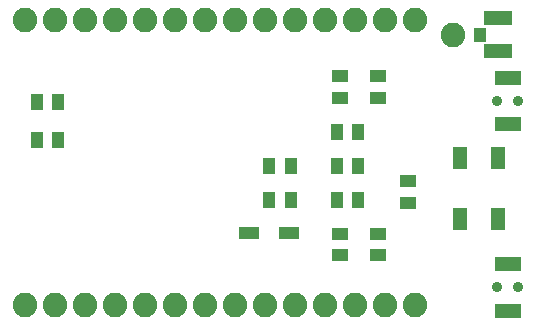
<source format=gbr>
G04 EAGLE Gerber RS-274X export*
G75*
%MOMM*%
%FSLAX34Y34*%
%LPD*%
%INSoldermask Top*%
%IPPOS*%
%AMOC8*
5,1,8,0,0,1.08239X$1,22.5*%
G01*
%ADD10R,1.803200X1.003200*%
%ADD11R,1.003200X1.403200*%
%ADD12R,1.403200X1.003200*%
%ADD13R,2.403200X1.253200*%
%ADD14R,1.003200X1.203200*%
%ADD15R,1.203200X1.854200*%
%ADD16C,0.903200*%
%ADD17R,2.203200X1.303200*%
%ADD18C,2.082800*%


D10*
X271925Y79375D03*
X305925Y79375D03*
D11*
X110600Y158750D03*
X92600Y158750D03*
X110600Y190500D03*
X92600Y190500D03*
D12*
X381000Y78850D03*
X381000Y60850D03*
X349250Y60850D03*
X349250Y78850D03*
X381000Y194200D03*
X381000Y212200D03*
D11*
X364600Y136525D03*
X346600Y136525D03*
X346600Y165100D03*
X364600Y165100D03*
D13*
X482600Y233900D03*
X482600Y261400D03*
D14*
X467350Y247650D03*
D11*
X289450Y136525D03*
X307450Y136525D03*
X307450Y107950D03*
X289450Y107950D03*
X364600Y107950D03*
X346600Y107950D03*
D12*
X349250Y194200D03*
X349250Y212200D03*
D15*
X450725Y91705D03*
X450725Y143245D03*
X482725Y143245D03*
X482725Y91705D03*
D16*
X482025Y33500D03*
X500025Y33500D03*
D17*
X491025Y14000D03*
X491025Y53000D03*
D16*
X482025Y191050D03*
X500025Y191050D03*
D17*
X491025Y171550D03*
X491025Y210550D03*
D12*
X406400Y123300D03*
X406400Y105300D03*
D18*
X412750Y19050D03*
X387350Y19050D03*
X361950Y19050D03*
X336550Y19050D03*
X311150Y19050D03*
X285750Y19050D03*
X260350Y19050D03*
X234950Y19050D03*
X209550Y19050D03*
X184150Y19050D03*
X158750Y19050D03*
X133350Y19050D03*
X107950Y19050D03*
X82550Y19050D03*
X412750Y260350D03*
X387350Y260350D03*
X361950Y260350D03*
X336550Y260350D03*
X311150Y260350D03*
X285750Y260350D03*
X260350Y260350D03*
X234950Y260350D03*
X209550Y260350D03*
X184150Y260350D03*
X158750Y260350D03*
X133350Y260350D03*
X107950Y260350D03*
X82550Y260350D03*
X444500Y247650D03*
M02*

</source>
